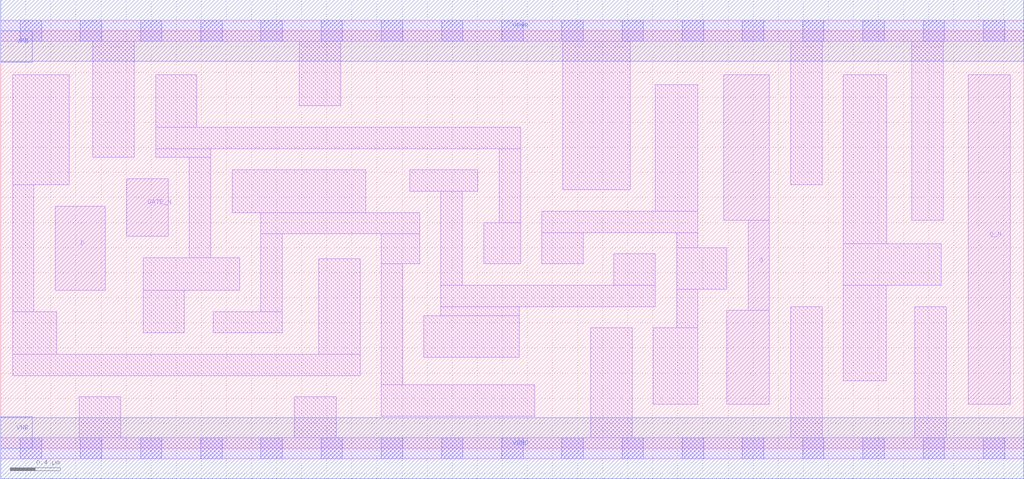
<source format=lef>
# Copyright 2020 The SkyWater PDK Authors
#
# Licensed under the Apache License, Version 2.0 (the "License");
# you may not use this file except in compliance with the License.
# You may obtain a copy of the License at
#
#     https://www.apache.org/licenses/LICENSE-2.0
#
# Unless required by applicable law or agreed to in writing, software
# distributed under the License is distributed on an "AS IS" BASIS,
# WITHOUT WARRANTIES OR CONDITIONS OF ANY KIND, either express or implied.
# See the License for the specific language governing permissions and
# limitations under the License.
#
# SPDX-License-Identifier: Apache-2.0

VERSION 5.5 ;
NAMESCASESENSITIVE ON ;
BUSBITCHARS "[]" ;
DIVIDERCHAR "/" ;
MACRO sky130_fd_sc_ms__dlxbn_1
  CLASS CORE ;
  SOURCE USER ;
  ORIGIN  0.000000  0.000000 ;
  SIZE  8.160000 BY  3.330000 ;
  SYMMETRY X Y ;
  SITE unit ;
  PIN D
    ANTENNAGATEAREA  0.208000 ;
    DIRECTION INPUT ;
    USE SIGNAL ;
    PORT
      LAYER li1 ;
        RECT 0.435000 1.260000 0.835000 1.930000 ;
    END
  END D
  PIN Q
    ANTENNADIFFAREA  0.524500 ;
    DIRECTION OUTPUT ;
    USE SIGNAL ;
    PORT
      LAYER li1 ;
        RECT 5.765000 1.820000 6.130000 2.980000 ;
        RECT 5.790000 0.350000 6.130000 1.100000 ;
        RECT 5.960000 1.100000 6.130000 1.820000 ;
    END
  END Q
  PIN Q_N
    ANTENNADIFFAREA  0.537600 ;
    DIRECTION OUTPUT ;
    USE SIGNAL ;
    PORT
      LAYER li1 ;
        RECT 7.715000 0.350000 8.050000 2.980000 ;
    END
  END Q_N
  PIN GATE_N
    ANTENNAGATEAREA  0.237000 ;
    DIRECTION INPUT ;
    USE CLOCK ;
    PORT
      LAYER li1 ;
        RECT 1.005000 1.690000 1.335000 2.150000 ;
    END
  END GATE_N
  PIN VGND
    DIRECTION INOUT ;
    USE GROUND ;
    PORT
      LAYER met1 ;
        RECT 0.000000 -0.245000 8.160000 0.245000 ;
    END
  END VGND
  PIN VNB
    DIRECTION INOUT ;
    USE GROUND ;
    PORT
      LAYER met1 ;
        RECT 0.000000 0.000000 0.250000 0.250000 ;
    END
  END VNB
  PIN VPB
    DIRECTION INOUT ;
    USE POWER ;
    PORT
      LAYER met1 ;
        RECT 0.000000 3.080000 0.250000 3.330000 ;
    END
  END VPB
  PIN VPWR
    DIRECTION INOUT ;
    USE POWER ;
    PORT
      LAYER met1 ;
        RECT 0.000000 3.085000 8.160000 3.575000 ;
    END
  END VPWR
  OBS
    LAYER li1 ;
      RECT 0.000000 -0.085000 8.160000 0.085000 ;
      RECT 0.000000  3.245000 8.160000 3.415000 ;
      RECT 0.095000  0.580000 2.865000 0.750000 ;
      RECT 0.095000  0.750000 0.445000 1.090000 ;
      RECT 0.095000  1.090000 0.265000 2.100000 ;
      RECT 0.095000  2.100000 0.545000 2.980000 ;
      RECT 0.625000  0.085000 0.955000 0.410000 ;
      RECT 0.735000  2.320000 1.065000 3.245000 ;
      RECT 1.135000  0.920000 1.465000 1.260000 ;
      RECT 1.135000  1.260000 1.905000 1.520000 ;
      RECT 1.235000  2.320000 1.675000 2.390000 ;
      RECT 1.235000  2.390000 4.145000 2.560000 ;
      RECT 1.235000  2.560000 1.565000 2.980000 ;
      RECT 1.505000  1.520000 1.675000 2.320000 ;
      RECT 1.695000  0.920000 2.245000 1.090000 ;
      RECT 1.845000  1.880000 2.910000 2.220000 ;
      RECT 2.075000  1.090000 2.245000 1.710000 ;
      RECT 2.075000  1.710000 3.340000 1.880000 ;
      RECT 2.340000  0.085000 2.675000 0.410000 ;
      RECT 2.380000  2.730000 2.710000 3.245000 ;
      RECT 2.535000  0.750000 2.865000 1.510000 ;
      RECT 3.035000  0.255000 4.260000 0.505000 ;
      RECT 3.035000  0.505000 3.205000 1.470000 ;
      RECT 3.035000  1.470000 3.340000 1.710000 ;
      RECT 3.260000  2.050000 3.805000 2.220000 ;
      RECT 3.375000  0.725000 4.135000 1.055000 ;
      RECT 3.510000  1.055000 4.135000 1.130000 ;
      RECT 3.510000  1.130000 5.220000 1.300000 ;
      RECT 3.510000  1.300000 3.680000 2.050000 ;
      RECT 3.850000  1.470000 4.145000 1.800000 ;
      RECT 3.975000  1.800000 4.145000 2.390000 ;
      RECT 4.315000  1.470000 4.645000 1.720000 ;
      RECT 4.315000  1.720000 5.560000 1.890000 ;
      RECT 4.480000  2.060000 5.020000 3.245000 ;
      RECT 4.705000  0.085000 5.035000 0.960000 ;
      RECT 4.890000  1.300000 5.220000 1.550000 ;
      RECT 5.205000  0.350000 5.560000 0.960000 ;
      RECT 5.220000  1.890000 5.560000 2.900000 ;
      RECT 5.390000  0.960000 5.560000 1.270000 ;
      RECT 5.390000  1.270000 5.790000 1.600000 ;
      RECT 5.390000  1.600000 5.560000 1.720000 ;
      RECT 6.300000  0.085000 6.550000 1.130000 ;
      RECT 6.300000  2.100000 6.550000 3.245000 ;
      RECT 6.720000  0.540000 7.060000 1.300000 ;
      RECT 6.720000  1.300000 7.500000 1.630000 ;
      RECT 6.720000  1.630000 7.065000 2.980000 ;
      RECT 7.265000  1.820000 7.515000 3.245000 ;
      RECT 7.290000  0.085000 7.540000 1.130000 ;
    LAYER mcon ;
      RECT 0.155000 -0.085000 0.325000 0.085000 ;
      RECT 0.155000  3.245000 0.325000 3.415000 ;
      RECT 0.635000 -0.085000 0.805000 0.085000 ;
      RECT 0.635000  3.245000 0.805000 3.415000 ;
      RECT 1.115000 -0.085000 1.285000 0.085000 ;
      RECT 1.115000  3.245000 1.285000 3.415000 ;
      RECT 1.595000 -0.085000 1.765000 0.085000 ;
      RECT 1.595000  3.245000 1.765000 3.415000 ;
      RECT 2.075000 -0.085000 2.245000 0.085000 ;
      RECT 2.075000  3.245000 2.245000 3.415000 ;
      RECT 2.555000 -0.085000 2.725000 0.085000 ;
      RECT 2.555000  3.245000 2.725000 3.415000 ;
      RECT 3.035000 -0.085000 3.205000 0.085000 ;
      RECT 3.035000  3.245000 3.205000 3.415000 ;
      RECT 3.515000 -0.085000 3.685000 0.085000 ;
      RECT 3.515000  3.245000 3.685000 3.415000 ;
      RECT 3.995000 -0.085000 4.165000 0.085000 ;
      RECT 3.995000  3.245000 4.165000 3.415000 ;
      RECT 4.475000 -0.085000 4.645000 0.085000 ;
      RECT 4.475000  3.245000 4.645000 3.415000 ;
      RECT 4.955000 -0.085000 5.125000 0.085000 ;
      RECT 4.955000  3.245000 5.125000 3.415000 ;
      RECT 5.435000 -0.085000 5.605000 0.085000 ;
      RECT 5.435000  3.245000 5.605000 3.415000 ;
      RECT 5.915000 -0.085000 6.085000 0.085000 ;
      RECT 5.915000  3.245000 6.085000 3.415000 ;
      RECT 6.395000 -0.085000 6.565000 0.085000 ;
      RECT 6.395000  3.245000 6.565000 3.415000 ;
      RECT 6.875000 -0.085000 7.045000 0.085000 ;
      RECT 6.875000  3.245000 7.045000 3.415000 ;
      RECT 7.355000 -0.085000 7.525000 0.085000 ;
      RECT 7.355000  3.245000 7.525000 3.415000 ;
      RECT 7.835000 -0.085000 8.005000 0.085000 ;
      RECT 7.835000  3.245000 8.005000 3.415000 ;
  END
END sky130_fd_sc_ms__dlxbn_1
END LIBRARY

</source>
